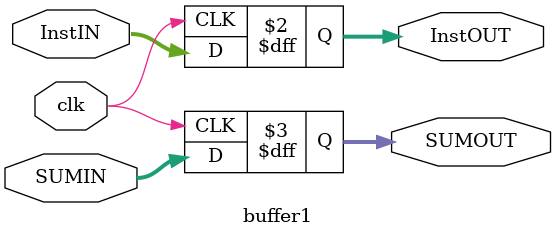
<source format=v>

module buffer1
(
	//Entradas
	input clk,
	input wire [31:0]InstIN,
	input wire [31:0]SUMIN,
	
	//Salidas
	output reg [31:0]InstOUT,
	output reg [31:0]SUMOUT
);

always @(posedge clk) begin
    InstOUT <= InstIN;
	SUMOUT <= SUMIN;
end

endmodule
</source>
